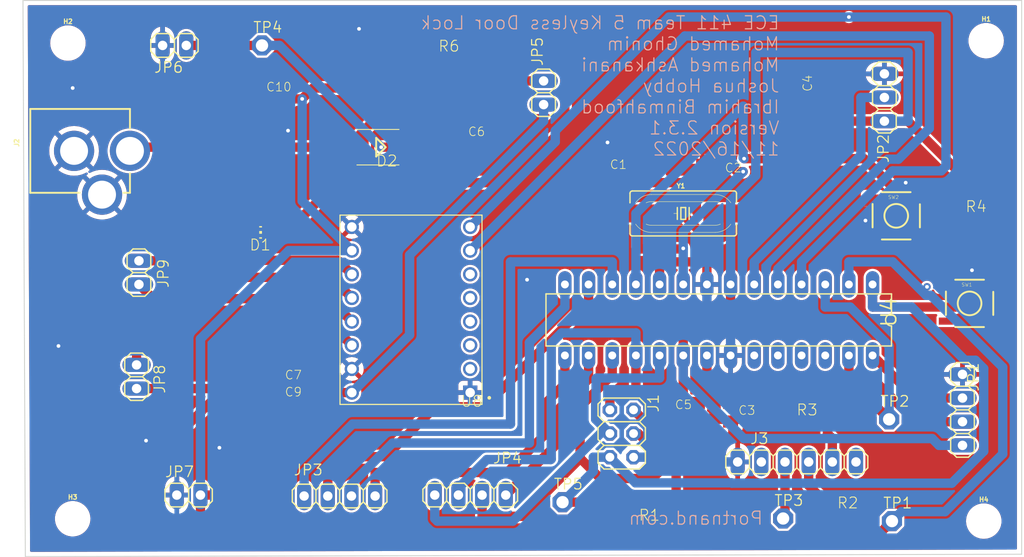
<source format=kicad_pcb>
(kicad_pcb (version 20211014) (generator pcbnew)
  (title_block (title "Keypad Door Lock PCB") (rev "2.3.1") (company "ECE 411 Team 5 Practicum"))
  (layers (0 "F.Cu" signal) (31 "B.Cu" signal) (34 "B.Paste" user) (35 "F.Paste" user) (36 "B.SilkS" user "B.Silkscreen") (37 "F.SilkS" user "F.Silkscreen") (38 "B.Mask" user) (39 "F.Mask" user) (44 "Edge.Cuts" user))
  (net 0 "")
  (net 1 "+5V")
  (net 2 "GND")
  (net 3 "Net-(C6-Pad1)")
  (net 4 "Net-(C9-Pad1)")
  (net 5 "Net-(J1-Pad5)")
  (net 6 "Net-(J3-Pad4)")
  (net 7 "Net-(C2-Pad2)")
  (net 8 "Net-(C1-Pad2)")
  (net 9 "Net-(J3-Pad5)")
  (net 10 "Net-(JP3-Pad4)")
  (net 11 "Net-(JP3-Pad3)")
  (net 12 "Net-(JP3-Pad2)")
  (net 13 "Net-(JP3-Pad1)")
  (net 14 "Net-(C3-Pad1)")
  (net 19 "Net-(D1-PadA)")
  (net 20 "Net-(JP4-Pad4)")
  (net 21 "Net-(J1-Pad4)")
  (net 22 "Net-(J1-Pad1)")
  (net 28 "Net-(J1-Pad3)")
  (net 29 "Net-(JP1-Pad3)")
  (net 30 "Net-(JP1-Pad2)")
  (net 31 "Net-(JP8-Pad2)")
  (net 32 "Net-(JP9-Pad1)")
  (net 33 "Net-(JP9-Pad2)")
  (net 34 "Net-(JP8-Pad1)")
  (net 35 "+12V")
  (net 38 "Net-(J3-Pad3)")
  (net 39 "Net-(JP2-Pad2)")
  (net 40 "Net-(R2-Pad1)")
  (net 41 "Net-(R3-Pad1)")
  (net 42 "Net-(R4-Pad2)")
  (net 43 "Net-(U4-Pad4)")
  (net 44 "Net-(U4-Pad5)")
  (footprint "Keyless_Door:P1-13" (layer "F.Cu") (at 178.1048 102.5906)
    (fp_text reference "TP3")
    (fp_text value "Testpoint")
  )
  (footprint "Keyless_Door:1X03" (layer "F.Cu") (at 188.976 57.404 90)
    (fp_text reference "JP2")
    (fp_text value "Gnd&Input&Vcc5")
  )
  (footprint "Keyless_Door:R0805" (layer "F.Cu") (at 180.2638 91.9988)
    (fp_text reference "R3")
    (fp_text value "1K")
  )
  (footprint "Keyless_Door:2X03" (layer "F.Cu") (at 160.782 93.472 -90)
    (property "Value" "")
    (fp_text reference "J1")
    (fp_text value "3x2 ICSP_PINS")
  )
  (footprint "Keyless_Door:1X04" (layer "F.Cu") (at 144.526 100.076)
    (fp_text reference "JP4")
    (fp_text value "1X4 KEYPAD_PINS2")
  )
  (footprint "Keyless_Door:C0805K" (layer "F.Cu") (at 144.78 62.738)
    (fp_text reference "C6")
    (fp_text value "10u")
  )
  (footprint "Keyless_Door:C0805K" (layer "F.Cu") (at 128.27 86.614)
    (fp_text reference "C7")
    (fp_text value "100u")
  )
  (footprint "Keyless_Door:C0805K" (layer "F.Cu") (at 123.8348 57.5564 180)
    (fp_text reference "C10")
    (fp_text value "100n")
  )
  (footprint "Keyless_Door:P1-13" (layer "F.Cu") (at 122.174 51.816)
    (fp_text reference "TP4")
    (fp_text value "Testpoint")
  )
  (footprint "Keyless_Door:P1-13" (layer "F.Cu") (at 154.432 100.838)
    (fp_text reference "TP5")
    (fp_text value "Testpoint")
  )
  (footprint "Keyless_Door:C0805K" (layer "F.Cu") (at 170.418 64.77)
    (fp_text reference "C2")
    (fp_text value "30p")
  )
  (footprint "Keyless_Door:STAND-OFF" (layer "F.Cu") (at 101.854 102.616)
    (fp_text reference "H3")
    (fp_text value "STAND-OFF")
  )
  (footprint "Keyless_Door:R0805" (layer "F.Cu") (at 160.528 100.711 180)
    (fp_text reference "R1")
    (fp_text value "10K")
  )
  (footprint "Keyless_Door:C0805K" (layer "F.Cu") (at 163.3634 64.7446 180)
    (fp_text reference "C1")
    (fp_text value "30p")
  )
  (footprint "Keyless_Door:CHIP-LED0805" (layer "F.Cu") (at 122.174 71.882 90)
    (property "Value" "")
    (fp_text reference "D1")
    (fp_text value "LED")
  )
  (footprint "Keyless_Door:TACTILE_SWITCH_SMD" (layer "F.Cu") (at 198.12 79.502)
    (fp_text reference "SW1")
    (fp_text value "!Reset")
  )
  (footprint "Keyless_Door:C0805K" (layer "F.Cu") (at 128.302 89.0778 180)
    (fp_text reference "C9")
    (fp_text value "100u")
  )
  (footprint "Keyless_Door:MODULE_A4988_STEPPER_MOTOR_DRIVER_CARRIER" (layer "F.Cu") (at 138.1666 80.1878 180)
    (fp_text reference "U8")
    (fp_text value "A4988_STEPPER_MOTOR_DRIVER_CARRIER")
  )
  (footprint "Keyless_Door:HC49UP" (layer "F.Cu") (at 167.386 69.85)
    (fp_text reference "Y1")
    (fp_text value "Crystal")
  )
  (footprint "Keyless_Door:C0805K" (layer "F.Cu") (at 168.91 91.186 -90)
    (fp_text reference "C5")
    (fp_text value "100n")
  )
  (footprint "Keyless_Door:C0805K" (layer "F.Cu") (at 172.466 91.186 -90)
    (fp_text reference "C3")
    (fp_text value "100n")
  )
  (footprint "Keyless_Door:1X02" (layer "F.Cu") (at 152.4 56.896 90)
    (fp_text reference "JP5")
    (fp_text value "VOMT&12V")
  )
  (footprint "Keyless_Door:STAND-OFF" (layer "F.Cu") (at 199.898 51.308)
    (fp_text reference "H1")
    (fp_text value "STAND-OFF")
  )
  (footprint "Keyless_Door:1X04" (layer "F.Cu") (at 197.358 90.932 -90)
    (fp_text reference "JP1")
    (fp_text value "1x4 LCD_PINS")
  )
  (footprint "Keyless_Door:R0805" (layer "F.Cu") (at 141.666 53.848)
    (fp_text reference "R6")
    (fp_text value "1k")
  )
  (footprint "Keyless_Door:1X02" (layer "F.Cu") (at 108.712 87.376 90)
    (fp_text reference "JP8")
    (fp_text value "SM_P14&P11")
  )
  (footprint "Keyless_Door:1X06" (layer "F.Cu") (at 179.578 96.52)
    (property "Value" "")
    (fp_text reference "J3")
    (fp_text value "1x6 FTDL_PINS")
  )
  (footprint "Keyless_Door:TACTILE_SWITCH_SMD" (layer "F.Cu") (at 190.246 70.104)
    (fp_text reference "SW2")
    (fp_text value "Open")
  )
  (footprint "Keyless_Door:C0805K" (layer "F.Cu") (at 181.864 55.88 90)
    (fp_text reference "C4")
    (fp_text value "100n")
  )
  (footprint "Keyless_Door:R0805" (layer "F.Cu") (at 198.882 70.612 180)
    (fp_text reference "R4")
    (fp_text value "10K")
  )
  (footprint "Keyless_Door:1X02" (layer "F.Cu") (at 112.776 51.816 180)
    (fp_text reference "JP6")
    (fp_text value "InGND&In12")
  )
  (footprint "Keyless_Door:STAND-OFF" (layer "F.Cu") (at 101.346 51.562)
    (fp_text reference "H2")
    (fp_text value "STAND-OFF")
  )
  (footprint "Keyless_Door:R0805" (layer "F.Cu") (at 184.47 102.87)
    (fp_text reference "R2")
    (fp_text value "1K")
  )
  (footprint "Keyless_Door:P1-13" (layer "F.Cu") (at 189.7888 102.87)
    (fp_text reference "TP1")
    (fp_text value "Testpoint")
  )
  (footprint "Keyless_Door:STAND-OFF" (layer "F.Cu") (at 199.644 102.87)
    (fp_text reference "H4")
    (fp_text value "STAND-OFF")
  )
  (footprint "Keyless_Door:DIL28-3" (layer "F.Cu") (at 171.196 81.28 180)
    (fp_text reference "U4")
    (fp_text value "ATMEGA328P-PU")
  )
  (footprint "Keyless_Door:P1-13" (layer "F.Cu") (at 189.484 91.948)
    (fp_text reference "TP2")
    (fp_text value "Testpoint")
  )
  (footprint "Keyless_Door:SMB" (layer "F.Cu") (at 134.62 62.738 180)
    (property "Value" "")
    (fp_text reference "D2")
    (fp_text value "M7")
  )
  (footprint "Keyless_Door:1X02" (layer "F.Cu") (at 108.966 76.2 -90)
    (fp_text reference "JP9")
    (fp_text value "SM_P12&P13")
  )
  (footprint "Keyless_Door:1X04" (layer "F.Cu") (at 130.5052 100.1776 180)
    (fp_text reference "JP3")
    (fp_text value "1X4 KEYPAD_PINS1")
  )
  (footprint "Keyless_Door:1X02" (layer "F.Cu") (at 114.3 100.076)
    (fp_text reference "JP7")
    (fp_text value "OutGND&Out5")
  )
  (footprint "Keyless_Door:POWER_JACK_PTH" (layer "F.Cu") (at 94.3035 63.1333 -90)
    (property "Value" "")
    (fp_text reference "J2")
    (fp_text value "Power Jack")
  )
  (gr_line (start 203.708 106.426) (end 96.774 106.68) (layer "Edge.Cuts") (width 0.1))
  (gr_line (start 96.52 46.99) (end 203.708 46.99) (layer "Edge.Cuts") (width 0.1))
  (gr_line (start 96.774 106.68) (end 96.52 46.99) (layer "Edge.Cuts") (width 0.1))
  (gr_line (start 203.708 46.99) (end 203.708 106.426) (layer "Edge.Cuts") (width 0.1))
  (gr_text "Portnand.com" (at 176.022 103.378) (layer "B.SilkS") (effects (font (size 1.40208 1.40208) (thickness 0.12192)) (justify left bottom mirror)))
  (gr_text "ECE 411 Team 5 Keyless Door Lock\nMohamed Ghonim\nMohamed Ashkanani\nJoshua Hobby\nIbrahim Binmahfood\nVersion 2.3.1\n11/16/2022" (at 177.8 63.754) (layer "B.SilkS") (effects (font (size 1.40208 1.40208) (thickness 0.12192)) (justify left bottom mirror)))
  (segment (start 166.624 100.711) (end 166.624 95.504) (width 1) (layer "F.Cu") (net 1))
  (segment (start 115.57 100.076) (end 117.332 100.076) (width 1) (layer "F.Cu") (net 1))
  (segment (start 124.835 57.5564) (end 126.485 57.5564) (width 1) (layer "F.Cu") (net 1))
  (segment (start 183.278 59.944) (end 188.976 59.944) (width 1) (layer "F.Cu") (net 1))
  (segment (start 108.966 97.79) (end 108.966 102.6) (width 1) (layer "F.Cu") (net 1))
  (segment (start 161.478 102.461) (end 161.478 100.711) (width 1) (layer "F.Cu") (net 1))
  (segment (start 127.653 56.388) (end 126.485 57.5564) (width 1) (layer "F.Cu") (net 1))
  (segment (start 169.691 82.6676) (end 172.466 79.8924) (width 1) (layer "F.Cu") (net 1))
  (segment (start 181.864 58.53) (end 183.278 59.944) (width 1) (layer "F.Cu") (net 1))
  (segment (start 181.864 56.88) (end 181.864 58.53) (width 1) (layer "F.Cu") (net 1))
  (segment (start 167.386 82.6676) (end 169.691 82.6676) (width 1) (layer "F.Cu") (net 1))
  (segment (start 168.91 90.186) (end 167.386 90.186) (width 1) (layer "F.Cu") (net 1))
  (segment (start 142.616 54.856) (end 141.084 56.388) (width 1) (layer "F.Cu") (net 1))
  (segment (start 119.391424 89.9) (end 116.856 89.9) (width 1) (layer "F.Cu") (net 1))
  (segment (start 172.466 79.8924) (end 172.466 77.47) (width 1) (layer "F.Cu") (net 1))
  (segment (start 122.158 104.902) (end 159.037 104.902) (width 1) (layer "F.Cu") (net 1))
  (segment (start 167.11 90.186) (end 164.208 93.088) (width 1) (layer "F.Cu") (net 1))
  (segment (start 191.5 59.944) (end 199.832 68.276) (width 1) (layer "F.Cu") (net 1))
  (segment (start 129.27 86.614) (end 129.27 84.1128) (width 1) (layer "F.Cu") (net 1))
  (segment (start 108.966 102.6) (end 115.57 102.6) (width 1) (layer "F.Cu") (net 1))
  (segment (start 164.208 93.088) (end 162.052 90.932) (width 1) (layer "F.Cu") (net 1))
  (segment (start 199.832 68.276) (end 199.832 70.612) (width 1) (layer "F.Cu") (net 1))
  (segment (start 166.624 95.504) (end 164.208 93.088) (width 1) (layer "F.Cu") (net 1))
  (segment (start 167.386 90.186) (end 167.386 85.09) (width 1) (layer "F.Cu") (net 1))
  (segment (start 129.27 84.1128) (end 125.178624 84.1128) (width 1) (layer "F.Cu") (net 1))
  (segment (start 159.037 104.902) (end 161.478 102.461) (width 1) (layer "F.Cu") (net 1))
  (segment (start 188.976 59.944) (end 191.5 59.944) (width 1) (layer "F.Cu") (net 1))
  (segment (start 161.478 100.711) (end 166.624 100.711) (width 1) (layer "F.Cu") (net 1))
  (segment (start 125.178624 84.1128) (end 119.391424 89.9) (width 1) (layer "F.Cu") (net 1))
  (segment (start 142.616 53.848) (end 142.616 54.856) (width 1) (layer "F.Cu") (net 1))
  (segment (start 116.856 89.9) (end 108.966 97.79) (width 1) (layer "F.Cu") (net 1))
  (segment (start 124.835 57.5564) (end 124.8348 57.5564) (width 1) (layer "F.Cu") (net 1))
  (segment (start 141.084 56.388) (end 127.653 56.388) (width 1) (layer "F.Cu") (net 1))
  (segment (start 115.57 102.6) (end 115.57 100.076) (width 1) (layer "F.Cu") (net 1))
  (segment (start 167.386 90.186) (end 167.11 90.186) (width 1) (layer "F.Cu") (net 1))
  (segment (start 167.386 85.09) (end 167.386 82.6676) (width 1) (layer "F.Cu") (net 1))
  (segment (start 117.332 100.076) (end 122.158 104.902) (width 1) (layer "F.Cu") (net 1))
  (via (at 126.485 57.5564) (size 0.8) (drill 0.4) (layers "F.Cu" "B.Cu") (net 1))
  (segment (start 175.172 65.781324) (end 175.172 52.578) (width 1) (layer "B.Cu") (net 1))
  (segment (start 172.466 77.47) (end 172.466 68.487324) (width 1) (layer "B.Cu") (net 1))
  (segment (start 194.834 94.742) (end 197.358 94.742) (width 1) (layer "B.Cu") (net 1))
  (segment (start 115.57 100.076) (end 115.57 83.312) (width 1) (layer "B.Cu") (net 1))
  (segment (start 131.8168 73.8376) (end 126.485 68.5061) (width 1) (layer "B.Cu") (net 1))
  (segment (start 167.386 87.5124) (end 173.886 94.0121) (width 1) (layer "B.Cu") (net 1))
  (segment (start 172.466 68.487324) (end 175.172 65.781324) (width 1) (layer "B.Cu") (net 1))
  (segment (start 173.886 94.0121) (end 194.104 94.0121) (width 1) (layer "B.Cu") (net 1))
  (segment (start 126.485 68.5061) (end 126.485 57.5564) (width 1) (layer "B.Cu") (net 1))
  (segment (start 191.516 59.944) (end 188.976 59.944) (width 1) (layer "B.Cu") (net 1))
  (segment (start 191.516 52.578) (end 191.516 59.944) (width 1) (layer "B.Cu") (net 1))
  (segment (start 175.172 52.578) (end 191.516 52.578) (width 1) (layer "B.Cu") (net 1))
  (segment (start 131.8166 73.8378) (end 131.8168 73.8376) (width 1) (layer "B.Cu") (net 1))
  (segment (start 115.57 83.312) (end 125.0444 73.8376) (width 1) (layer "B.Cu") (net 1))
  (segment (start 125.0444 73.8376) (end 131.8168 73.8376) (width 1) (layer "B.Cu") (net 1))
  (segment (start 194.104 94.0121) (end 194.834 94.742) (width 1) (layer "B.Cu") (net 1))
  (segment (start 167.386 85.09) (end 167.386 87.5124) (width 1) (layer "B.Cu") (net 1))
  (segment (start 169.926 75.0476) (end 170.0436 74.93) (width 1) (layer "F.Cu") (net 2))
  (segment (start 170.0436 74.93) (end 173.736 74.93) (width 1) (layer "F.Cu") (net 2))
  (segment (start 164.363 64.7446) (end 164.3634 64.7446) (width 1) (layer "F.Cu") (net 2))
  (segment (start 187.325 68.58) (end 187.706 68.199) (width 1) (layer "F.Cu") (net 2))
  (segment (start 144.517 89.0778) (end 144.5166 89.0778) (width 1) (layer "F.Cu") (net 2))
  (segment (start 169.926 77.47) (end 169.926 75.0476) (width 1) (layer "F.Cu") (net 2))
  (segment (start 131.583 71.5315) (end 131.817 71.2978) (width 1) (layer "F.Cu") (net 2))
  (segment (start 173.736 74.93) (end 180.086 68.58) (width 1) (layer "F.Cu") (net 2))
  (segment (start 121.124 71.882) (end 121.124 72.0072) (width 1) (layer "F.Cu") (net 2))
  (segment (start 172.466 85.09) (end 172.466 85.7124) (width 1) (layer "F.Cu") (net 2))
  (segment (start 180.086 68.58) (end 187.325 68.58) (width 1) (layer "F.Cu") (net 2))
  (segment (start 122.835 57.5564) (end 122.8348 57.5564) (width 1) (layer "F.Cu") (net 2))
  (via (at 191.262 66.548) (size 0.8) (drill 0.4) (layers "F.Cu" "B.Cu") (net 2))
  (via (at 101.854 56.388) (size 0.8) (drill 0.4) (layers "F.Cu" "B.Cu") (net 2))
  (via (at 124.968 60.96) (size 0.8) (drill 0.4) (layers "F.Cu" "B.Cu") (net 2))
  (via (at 109.728 94.234) (size 0.8) (drill 0.4) (layers "F.Cu" "B.Cu") (net 2))
  (via (at 159.258 62.23) (size 0.8) (drill 0.4) (layers "F.Cu" "B.Cu") (net 2))
  (via (at 198.374 75.946) (size 0.8) (drill 0.4) (layers "F.Cu" "B.Cu") (net 2))
  (via (at 186.944 70.612) (size 0.8) (drill 0.4) (layers "F.Cu" "B.Cu") (net 2))
  (via (at 117.602 94.996) (size 0.8) (drill 0.4) (layers "F.Cu" "B.Cu") (net 2))
  (via (at 100.33 84.074) (size 0.8) (drill 0.4) (layers "F.Cu" "B.Cu") (net 2))
  (via (at 132.588 50.038) (size 0.8) (drill 0.4) (layers "F.Cu" "B.Cu") (net 2))
  (via (at 150.622 76.962) (size 0.8) (drill 0.4) (layers "F.Cu" "B.Cu") (net 2))
  (segment (start 163.828 96.012) (end 162.052 96.012) (width 1) (layer "B.Cu") (net 2))
  (segment (start 169.926 79.8924) (end 172.466 82.4324) (width 1) (layer "B.Cu") (net 2))
  (segment (start 169.926 77.47) (end 169.926 79.8924) (width 1) (layer "B.Cu") (net 2))
  (segment (start 164.336 96.52) (end 163.828 96.012) (width 1) (layer "B.Cu") (net 2))
  (segment (start 173.228 96.52) (end 164.336 96.52) (width 1) (layer "B.Cu") (net 2))
  (segment (start 172.466 82.4324) (end 172.466 85.09) (width 1) (layer "B.Cu") (net 2))
  (segment (start 136.82 62.738) (end 134.966 62.738) (width 1) (layer "F.Cu") (net 3))
  (segment (start 143.78 62.738) (end 136.82 62.738) (width 1) (layer "F.Cu") (net 3))
  (segment (start 122.174 51.816) (end 114.046 51.816) (width 1) (layer "F.Cu") (net 3))
  (via (at 134.966 62.738) (size 0.8) (drill 0.4) (layers "F.Cu" "B.Cu") (net 3))
  (segment (start 124.044 51.816) (end 134.966 62.738) (width 1) (layer "B.Cu") (net 3))
  (segment (start 122.174 51.816) (end 124.044 51.816) (width 1) (layer "B.Cu") (net 3))
  (segment (start 131.8166 89.0778) (end 129.302 89.0778) (width 1) (layer "F.Cu") (net 4))
  (segment (start 131.817 89.0778) (end 131.8166 89.0778) (width 1) (layer "F.Cu") (net 4))
  (segment (start 152.4 58.166) (end 152.4 59.928) (width 1) (layer "B.Cu") (net 4))
  (segment (start 138.014 82.8799) (end 131.817 89.0778) (width 1) (layer "B.Cu") (net 4))
  (segment (start 138.014 74.3135) (end 138.014 82.8799) (width 1) (layer "B.Cu") (net 4))
  (segment (start 152.4 59.928) (end 138.014 74.3135) (width 1) (layer "B.Cu") (net 4))
  (segment (start 131.8166 89.0778) (end 131.817 89.0778) (width 1) (layer "B.Cu") (net 4))
  (segment (start 200.66 77.597) (end 198.898 77.597) (width 1) (layer "F.Cu") (net 5))
  (segment (start 196.6026 79.8924) (end 187.706 79.8924) (width 1) (layer "F.Cu") (net 5))
  (segment (start 157.928 100.711) (end 159.578 100.711) (width 1) (layer "F.Cu") (net 5))
  (segment (start 187.706 79.8924) (end 187.706 77.47) (width 1) (layer "F.Cu") (net 5))
  (segment (start 157.801 100.838) (end 157.928 100.711) (width 1) (layer "F.Cu") (net 5))
  (segment (start 154.432 100.838) (end 157.801 100.838) (width 1) (layer "F.Cu") (net 5))
  (segment (start 198.898 77.597) (end 196.6026 79.8924) (width 1) (layer "F.Cu") (net 5))
  (segment (start 199.636 86.494052) (end 199.636 95.369948) (width 1) (layer "B.Cu") (net 5))
  (segment (start 187.706 79.8924) (end 191.9064 79.8924) (width 1) (layer "B.Cu") (net 5))
  (segment (start 187.706 77.47) (end 187.706 79.8924) (width 1) (layer "B.Cu") (net 5))
  (segment (start 172.565552 98.7635) (end 162.264 98.7635) (width 1) (layer "B.Cu") (net 5))
  (segment (start 191.9064 79.8924) (end 197.62 85.606) (width 1) (layer "B.Cu") (net 5))
  (segment (start 154.432 100.838) (end 157.736 97.5345) (width 1) (layer "B.Cu") (net 5))
  (segment (start 172.600052 98.798) (end 172.565552 98.7635) (width 1) (layer "B.Cu") (net 5))
  (segment (start 199.636 95.369948) (end 196.207948 98.798) (width 1) (layer "B.Cu") (net 5))
  (segment (start 157.736 96.012) (end 159.512 96.012) (width 1) (layer "B.Cu") (net 5))
  (segment (start 197.62 85.606) (end 198.747948 85.606) (width 1) (layer "B.Cu") (net 5))
  (segment (start 198.747948 85.606) (end 199.636 86.494052) (width 1) (layer "B.Cu") (net 5))
  (segment (start 162.264 98.7635) (end 159.512 96.012) (width 1) (layer "B.Cu") (net 5))
  (segment (start 196.207948 98.798) (end 172.600052 98.798) (width 1) (layer "B.Cu") (net 5))
  (segment (start 157.736 97.5345) (end 157.736 96.012) (width 1) (layer "B.Cu") (net 5))
  (segment (start 182.924 101.12) (end 180.848 99.044) (width 1) (layer "F.Cu") (net 6))
  (segment (start 185.42 102.87) (end 185.42 101.12) (width 1) (layer "F.Cu") (net 6))
  (segment (start 185.42 101.12) (end 182.924 101.12) (width 1) (layer "F.Cu") (net 6))
  (segment (start 180.848 99.044) (end 180.848 96.52) (width 1) (layer "F.Cu") (net 6))
  (segment (start 162.56 73.406) (end 162.814 73.66) (width 1) (layer "F.Cu") (net 7))
  (segment (start 167.3243 73.66) (end 167.386 73.5983) (width 1) (layer "F.Cu") (net 7))
  (segment (start 173.819 65.3609) (end 173.158 65.3609) (width 1) (layer "F.Cu") (net 7))
  (segment (start 162.56 69.85) (end 162.56 73.406) (width 1) (layer "F.Cu") (net 7))
  (segment (start 172.5671 64.77) (end 173.158 65.3609) (width 1) (layer "F.Cu") (net 7))
  (segment (start 171.418 64.77) (end 172.5671 64.77) (width 1) (layer "F.Cu") (net 7))
  (segment (start 162.814 73.66) (end 167.3243 73.66) (width 1) (layer "F.Cu") (net 7))
  (via (at 167.386 73.5983) (size 0.8) (drill 0.4) (layers "F.Cu" "B.Cu") (net 7))
  (via (at 173.819 65.3609) (size 0.8) (drill 0.4) (layers "F.Cu" "B.Cu") (net 7))
  (segment (start 167.386 71.7939) (end 167.386 73.5983) (width 1) (layer "B.Cu") (net 7))
  (segment (start 167.386 73.5983) (end 167.386 77.47) (width 1) (layer "B.Cu") (net 7))
  (segment (start 173.819 65.3609) (end 167.386 71.7939) (width 1) (layer "B.Cu") (net 7))
  (segment (start 167.386 70.0051) (end 169.81 72.4291) (width 1) (layer "F.Cu") (net 8))
  (segment (start 162.363 66.5446) (end 167.386 66.5446) (width 1) (layer "F.Cu") (net 8))
  (segment (start 168.672 75.0476) (end 168.672 74.406) (width 1) (layer "F.Cu") (net 8))
  (segment (start 162.363 65.6446) (end 162.363 66.5446) (width 1) (layer "F.Cu") (net 8))
  (segment (start 162.363 65.6446) (end 162.3634 65.6442) (width 1) (layer "F.Cu") (net 8))
  (segment (start 172.212 71.8152) (end 172.212 69.85) (width 1) (layer "F.Cu") (net 8))
  (segment (start 162.363 64.7446) (end 162.363 65.6446) (width 1) (layer "F.Cu") (net 8))
  (segment (start 169.81 73.268) (end 169.81 72.4291) (width 1) (layer "F.Cu") (net 8))
  (segment (start 168.672 74.406) (end 169.81 73.268) (width 1) (layer "F.Cu") (net 8))
  (segment (start 164.846 77.47) (end 164.846 75.0476) (width 1) (layer "F.Cu") (net 8))
  (segment (start 167.386 66.5446) (end 167.386 70.0051) (width 1) (layer "F.Cu") (net 8))
  (segment (start 162.3634 65.6442) (end 162.3634 64.7446) (width 1) (layer "F.Cu") (net 8))
  (segment (start 164.846 75.0476) (end 168.672 75.0476) (width 1) (layer "F.Cu") (net 8))
  (segment (start 169.81 72.4291) (end 171.598 72.4291) (width 1) (layer "F.Cu") (net 8))
  (segment (start 171.598 72.4291) (end 172.212 71.8152) (width 1) (layer "F.Cu") (net 8))
  (segment (start 183.388 96.52) (end 183.388 93.996) (width 1) (layer "F.Cu") (net 9))
  (segment (start 183.388 93.996) (end 182.864 93.4718) (width 1) (layer "F.Cu") (net 9))
  (segment (start 182.864 93.4718) (end 182.864 91.9988) (width 1) (layer "F.Cu") (net 9))
  (segment (start 182.864 91.9988) (end 181.214 91.9988) (width 1) (layer "F.Cu") (net 9))
  (segment (start 181.214 91.9988) (end 181.2138 91.9988) (width 1) (layer "F.Cu") (net 9))
  (segment (start 126.695 97.6536) (end 131.8926 92.456) (width 1) (layer "B.Cu") (net 10))
  (segment (start 131.8926 92.456) (end 148.844 92.456) (width 1) (layer "B.Cu") (net 10))
  (segment (start 148.844 92.456) (end 148.844 75.0476) (width 1) (layer "B.Cu") (net 10))
  (segment (start 148.844 75.0476) (end 159.766 75.0476) (width 1) (layer "B.Cu") (net 10))
  (segment (start 126.695 100.178) (end 126.695 98.9158) (width 1) (layer "B.Cu") (net 10))
  (segment (start 126.695 98.9158) (end 126.6952 98.916) (width 1) (layer "B.Cu") (net 10))
  (segment (start 126.6952 98.916) (end 126.6952 100.1776) (width 1) (layer "B.Cu") (net 10))
  (segment (start 159.766 75.0476) (end 159.766 77.47) (width 1) (layer "B.Cu") (net 10))
  (segment (start 126.695 98.9158) (end 126.695 97.6536) (width 1) (layer "B.Cu") (net 10))
  (segment (start 140.7972 90.5968) (end 135.4379 95.9561) (width 1) (layer "F.Cu") (net 11))
  (segment (start 146.0356 90.5968) (end 140.7972 90.5968) (width 1) (layer "F.Cu") (net 11))
  (segment (start 129.2352 98.916) (end 129.2352 100.1776) (width 1) (layer "F.Cu") (net 11))
  (segment (start 157.226 77.47) (end 157.226 79.8924) (width 1) (layer "F.Cu") (net 11))
  (segment (start 135.4379 95.9561) (end 130.933 95.9561) (width 1) (layer "F.Cu") (net 11))
  (segment (start 129.235 98.9158) (end 129.2352 98.916) (width 1) (layer "F.Cu") (net 11))
  (segment (start 129.235 97.6536) (end 129.235 98.9158) (width 1) (layer "F.Cu") (net 11))
  (segment (start 157.226 79.8924) (end 156.74 79.8924) (width 1) (layer "F.Cu") (net 11))
  (segment (start 130.933 95.9561) (end 129.235 97.6536) (width 1) (layer "F.Cu") (net 11))
  (segment (start 129.235 98.9158) (end 129.235 100.178) (width 1) (layer "F.Cu") (net 11))
  (segment (start 156.74 79.8924) (end 146.0356 90.5968) (width 1) (layer "F.Cu") (net 11))
  (segment (start 136.2028 94.488) (end 131.775 98.9158) (width 1) (layer "B.Cu") (net 12))
  (segment (start 150.876 83.7024) (end 150.876 94.488) (width 1) (layer "B.Cu") (net 12))
  (segment (start 131.775 98.9158) (end 131.7752 98.916) (width 1) (layer "B.Cu") (net 12))
  (segment (start 131.775 98.9158) (end 131.775 100.178) (width 1) (layer "B.Cu") (net 12))
  (segment (start 154.686 77.47) (end 154.686 79.8924) (width 1) (layer "B.Cu") (net 12))
  (segment (start 150.876 94.488) (end 136.2028 94.488) (width 1) (layer "B.Cu") (net 12))
  (segment (start 154.686 79.8924) (end 150.876 83.7024) (width 1) (layer "B.Cu") (net 12))
  (segment (start 131.7752 98.916) (end 131.7752 100.1776) (width 1) (layer "B.Cu") (net 12))
  (segment (start 152.4 90.426288) (end 154.686 88.140288) (width 1) (layer "F.Cu") (net 13))
  (segment (start 134.315 97.6536) (end 148.4724 97.6536) (width 1) (layer "F.Cu") (net 13))
  (segment (start 148.4724 97.6536) (end 152.4 93.726) (width 1) (layer "F.Cu") (net 13))
  (segment (start 154.686 88.140288) (end 154.686 85.09) (width 1) (layer "F.Cu") (net 13))
  (segment (start 134.3152 98.916) (end 134.3152 100.1776) (width 1) (layer "F.Cu") (net 13))
  (segment (start 134.315 98.9158) (end 134.315 97.6536) (width 1) (layer "F.Cu") (net 13))
  (segment (start 152.4 93.726) (end 152.4 90.426288) (width 1) (layer "F.Cu") (net 13))
  (segment (start 134.315 98.9158) (end 134.3152 98.916) (width 1) (layer "F.Cu") (net 13))
  (segment (start 134.315 100.178) (end 134.315 98.9158) (width 1) (layer "F.Cu") (net 13))
  (segment (start 172.466 89.416) (end 169.926 86.876) (width 1) (layer "F.Cu") (net 14))
  (segment (start 169.926 86.876) (end 169.926 85.09) (width 1) (layer "F.Cu") (net 14))
  (segment (start 172.466 90.186) (end 172.466 89.416) (width 1) (layer "F.Cu") (net 14))
  (segment (start 154.678 58.7939) (end 154.678 54.9981) (width 1) (layer "F.Cu") (net 19))
  (segment (start 154.678 54.9981) (end 152.024 52.344) (width 1) (layer "F.Cu") (net 19))
  (segment (start 124.824 71.882) (end 130.158 66.548) (width 1) (layer "F.Cu") (net 19))
  (segment (start 152.024 52.344) (end 141.212 52.344) (width 1) (layer "F.Cu") (net 19))
  (segment (start 123.224 71.882) (end 124.824 71.882) (width 1) (layer "F.Cu") (net 19))
  (segment (start 146.924 66.548) (end 154.678 58.7939) (width 1) (layer "F.Cu") (net 19))
  (segment (start 130.158 66.548) (end 146.924 66.548) (width 1) (layer "F.Cu") (net 19))
  (segment (start 140.716 52.84) (end 140.716 53.848) (width 1) (layer "F.Cu") (net 19))
  (segment (start 141.212 52.344) (end 140.716 52.84) (width 1) (layer "F.Cu") (net 19))
  (segment (start 154.178 94.234) (end 148.336 100.076) (width 1) (layer "F.Cu") (net 20))
  (segment (start 157.226 85.09) (end 157.226 87.63) (width 1) (layer "F.Cu") (net 20))
  (segment (start 157.226 87.63) (end 154.178 90.678) (width 1) (layer "F.Cu") (net 20))
  (segment (start 154.178 90.678) (end 154.178 94.234) (width 1) (layer "F.Cu") (net 20))
  (segment (start 156.317 96.159) (end 150.122 102.354) (width 1) (layer "F.Cu") (net 21))
  (segment (start 156.317 94.9331) (end 156.317 96.119) (width 1) (layer "F.Cu") (net 21))
  (segment (start 156.317 94.9331) (end 156.317 96.159) (width 1) (layer "F.Cu") (net 21))
  (segment (start 156.317 90.604) (end 156.317 94.9331) (width 1) (layer "F.Cu") (net 21))
  (segment (start 159.409 87.5124) (end 156.317 90.604) (width 1) (layer "F.Cu") (net 21))
  (segment (start 164.084 98.298) (end 164.846 97.536) (width 1) (layer "F.Cu") (net 21))
  (segment (start 162.56 93.472) (end 162.052 93.472) (width 1) (layer "F.Cu") (net 21))
  (segment (start 145.796 102.354) (end 145.796 100.076) (width 1) (layer "F.Cu") (net 21))
  (segment (start 164.846 95.758) (end 162.56 93.472) (width 1) (layer "F.Cu") (net 21))
  (segment (start 156.317 96.119) (end 158.496 98.298) (width 1) (layer "F.Cu") (net 21))
  (segment (start 150.122 102.354) (end 145.796 102.354) (width 1) (layer "F.Cu") (net 21))
  (segment (start 159.766 85.09) (end 159.766 87.5124) (width 1) (layer "F.Cu") (net 21))
  (segment (start 158.496 98.298) (end 164.084 98.298) (width 1) (layer "F.Cu") (net 21))
  (segment (start 164.846 97.536) (end 164.846 95.758) (width 1) (layer "F.Cu") (net 21))
  (segment (start 159.766 87.5124) (end 159.409 87.5124) (width 1) (layer "F.Cu") (net 21))
  (segment (start 159.539226 89.1555) (end 162.306 89.1555) (width 1) (layer "F.Cu") (net 22))
  (segment (start 159.512 89.182723) (end 159.539226 89.1555) (width 1) (layer "F.Cu") (net 22))
  (segment (start 162.306 89.1555) (end 162.306 85.09) (width 1) (layer "F.Cu") (net 22))
  (segment (start 159.512 90.932) (end 159.512 89.182723) (width 1) (layer "F.Cu") (net 22))
  (segment (start 153.221 96.207) (end 153.162 96.266) (width 1) (layer "B.Cu") (net 22))
  (segment (start 154.325 82.6676) (end 153.221 83.7719) (width 1) (layer "B.Cu") (net 22))
  (segment (start 153.162 96.266) (end 146.304 96.266) (width 1) (layer "B.Cu") (net 22))
  (segment (start 153.221 83.7719) (end 153.221 96.207) (width 1) (layer "B.Cu") (net 22))
  (segment (start 146.304 96.266) (end 143.256 99.314) (width 1) (layer "B.Cu") (net 22))
  (segment (start 143.256 99.314) (end 143.256 100.076) (width 1) (layer "B.Cu") (net 22))
  (segment (start 162.306 82.6676) (end 154.325 82.6676) (width 1) (layer "B.Cu") (net 22))
  (segment (start 162.306 85.09) (end 162.306 82.6676) (width 1) (layer "B.Cu") (net 22))
  (segment (start 158.031 87.587) (end 158.031 90.250666) (width 1) (layer "B.Cu") (net 28))
  (segment (start 140.716 100.076) (end 140.716 102.6) (width 1) (layer "B.Cu") (net 28))
  (segment (start 140.986 102.87) (end 149.098 102.87) (width 1) (layer "B.Cu") (net 28))
  (segment (start 158.671 92.6305) (end 159.512 93.472) (width 1) (layer "B.Cu") (net 28))
  (segment (start 158.671 93.297) (end 158.671 92.6305) (width 1) (layer "B.Cu") (net 28))
  (segment (start 158.031 90.250666) (end 157.983 90.298666) (width 1) (layer "B.Cu") (net 28))
  (segment (start 149.098 102.87) (end 158.671 93.297) (width 1) (layer "B.Cu") (net 28))
  (segment (start 158.1056 87.5124) (end 158.031 87.587) (width 1) (layer "B.Cu") (net 28))
  (segment (start 164.846 87.5124) (end 158.1056 87.5124) (width 1) (layer "B.Cu") (net 28))
  (segment (start 164.846 85.09) (end 164.846 87.5124) (width 1) (layer "B.Cu") (net 28))
  (segment (start 140.716 102.6) (end 140.986 102.87) (width 1) (layer "B.Cu") (net 28))
  (segment (start 157.983 91.9425) (end 158.671 92.6305) (width 1) (layer "B.Cu") (net 28))
  (segment (start 157.983 90.298666) (end 157.983 91.9425) (width 1) (layer "B.Cu") (net 28))
  (segment (start 187.644 87.5124) (end 192.334 92.202) (width 1) (layer "F.Cu") (net 29))
  (segment (start 192.334 92.202) (end 197.358 92.202) (width 1) (layer "F.Cu") (net 29))
  (segment (start 185.166 85.09) (end 185.166 87.5124) (width 1) (layer "F.Cu") (net 29))
  (segment (start 185.166 87.5124) (end 187.644 87.5124) (width 1) (layer "F.Cu") (net 29))
  (segment (start 192.278 89.662) (end 187.706 85.09) (width 1) (layer "F.Cu") (net 30))
  (segment (start 197.358 89.662) (end 192.278 89.662) (width 1) (layer "F.Cu") (net 30))
  (segment (start 130.3155 74.8764) (end 131.093 75.6539) (width 1) (layer "F.Cu") (net 31))
  (segment (start 131.093 75.6539) (end 131.817 76.3778) (width 1) (layer "F.Cu") (net 31))
  (segment (start 131.093 75.6539) (end 131.8166 76.3775) (width 1) (layer "F.Cu") (net 31))
  (segment (start 119.8294 74.8764) (end 130.3155 74.8764) (width 1) (layer "F.Cu") (net 31))
  (segment (start 117.089 72.136) (end 119.8294 74.8764) (width 1) (layer "F.Cu") (net 31))
  (segment (start 106.426 82.058) (end 106.426 72.136) (width 1) (layer "F.Cu") (net 31))
  (segment (start 131.8166 76.3775) (end 131.8166 76.3778) (width 1) (layer "F.Cu") (net 31))
  (segment (start 108.712 86.106) (end 108.712 84.344) (width 1) (layer "F.Cu") (net 31))
  (segment (start 106.426 72.136) (end 117.089 72.136) (width 1) (layer "F.Cu") (net 31))
  (segment (start 108.712 84.344) (end 106.426 82.058) (width 1) (layer "F.Cu") (net 31))
  (segment (start 131.8166 78.9178) (end 131.8168 78.9176) (width 1) (layer "F.Cu") (net 32))
  (segment (start 131.8168 78.9176) (end 131.817 78.9178) (width 1) (layer "F.Cu") (net 32))
  (segment (start 129.6072 76.708) (end 131.8168 78.9176) (width 1) (layer "F.Cu") (net 32))
  (segment (start 113.268 76.708) (end 129.6072 76.708) (width 1) (layer "F.Cu") (net 32))
  (segment (start 111.49 74.93) (end 113.268 76.708) (width 1) (layer "F.Cu") (net 32))
  (segment (start 108.966 74.93) (end 111.49 74.93) (width 1) (layer "F.Cu") (net 32))
  (segment (start 131.8166 81.4578) (end 131.8168 81.4576) (width 1) (layer "F.Cu") (net 33))
  (segment (start 129.3532 78.994) (end 131.8168 81.4576) (width 1) (layer "F.Cu") (net 33))
  (segment (start 108.966 77.47) (end 110.49 78.994) (width 1) (layer "F.Cu") (net 33))
  (segment (start 110.49 78.994) (end 129.3532 78.994) (width 1) (layer "F.Cu") (net 33))
  (segment (start 131.8168 81.4576) (end 131.817 81.4578) (width 1) (layer "F.Cu") (net 33))
  (segment (start 131.817 83.9978) (end 131.8168 83.9976) (width 1) (layer "F.Cu") (net 34))
  (segment (start 118.872 88.646) (end 108.712 88.646) (width 1) (layer "F.Cu") (net 34))
  (segment (start 131.8168 83.9976) (end 130.1152 82.296) (width 1) (layer "F.Cu") (net 34))
  (segment (start 130.1152 82.296) (end 125.222 82.296) (width 1) (layer "F.Cu") (net 34))
  (segment (start 131.8166 83.9978) (end 131.8168 83.9976) (width 1) (layer "F.Cu") (net 34))
  (segment (start 125.222 82.296) (end 118.872 88.646) (width 1) (layer "F.Cu") (net 34))
  (segment (start 131.32 62.738) (end 108.3988 62.738) (width 1) (layer "F.Cu") (net 35))
  (segment (start 135.638 58.42) (end 147.082 58.42) (width 1) (layer "F.Cu") (net 35))
  (segment (start 131.32 62.738) (end 135.638 58.42) (width 1) (layer "F.Cu") (net 35))
  (segment (start 149.876 55.626) (end 152.4 55.626) (width 1) (layer "F.Cu") (net 35))
  (segment (start 132.42 62.738) (end 131.32 62.738) (width 1) (layer "F.Cu") (net 35))
  (segment (start 108.3988 62.738) (end 108.0035 63.1333) (width 1) (layer "F.Cu") (net 35))
  (segment (start 147.082 58.42) (end 149.876 55.626) (width 1) (layer "F.Cu") (net 35))
  (segment (start 178.2065 102.489) (end 178.105 102.591) (width 1) (layer "F.Cu") (net 38))
  (segment (start 178.2064 102.489) (end 178.1048 102.5906) (width 1) (layer "F.Cu") (net 38))
  (segment (start 178.308 102.387) (end 178.2065 102.489) (width 1) (layer "F.Cu") (net 38))
  (segment (start 178.2065 102.489) (end 178.2064 102.489) (width 1) (layer "F.Cu") (net 38))
  (segment (start 178.308 96.52) (end 178.308 102.387) (width 1) (layer "F.Cu") (net 38))
  (segment (start 175.006 75.0476) (end 186.452 63.6016) (width 1) (layer "B.Cu") (net 39))
  (segment (start 186.452 57.404) (end 188.976 57.404) (width 1) (layer "B.Cu") (net 39))
  (segment (start 186.452 63.6016) (end 186.452 57.404) (width 1) (layer "B.Cu") (net 39))
  (segment (start 175.006 77.47) (end 175.006 75.0476) (width 1) (layer "B.Cu") (net 39))
  (segment (start 187.7565 104.902) (end 189.0635 103.595) (width 1) (layer "F.Cu") (net 40))
  (segment (start 189.0638 103.595) (end 189.7888 102.87) (width 1) (layer "F.Cu") (net 40))
  (segment (start 189.0635 103.595) (end 189.0638 103.595) (width 1) (layer "F.Cu") (net 40))
  (segment (start 183.52 102.87) (end 183.52 104.902) (width 1) (layer "F.Cu") (net 40))
  (segment (start 189.0635 103.595) (end 189.789 102.87) (width 1) (layer "F.Cu") (net 40))
  (segment (start 183.52 104.902) (end 187.7565 104.902) (width 1) (layer "F.Cu") (net 40))
  (via (at 193.548 77.724) (size 0.8) (drill 0.4) (layers "F.Cu" "B.Cu") (net 40))
  (segment (start 201.676 95.664471) (end 195.486471 101.854) (width 1) (layer "B.Cu") (net 40))
  (segment (start 185.166 75.0476) (end 189.87 75.0476) (width 1) (layer "B.Cu") (net 40))
  (segment (start 189.87 75.0476) (end 193.4608 78.6384) (width 1) (layer "B.Cu") (net 40))
  (segment (start 201.676 86.36) (end 201.676 95.664471) (width 1) (layer "B.Cu") (net 40))
  (segment (start 193.4608 78.6384) (end 193.9544 78.6384) (width 1) (layer "B.Cu") (net 40))
  (segment (start 185.166 77.47) (end 185.166 75.0476) (width 1) (layer "B.Cu") (net 40))
  (segment (start 193.9544 78.6384) (end 201.676 86.36) (width 1) (layer "B.Cu") (net 40))
  (segment (start 195.486471 101.854) (end 190.8048 101.854) (width 1) (layer "B.Cu") (net 40))
  (segment (start 190.8048 101.854) (end 189.7888 102.87) (width 1) (layer "B.Cu") (net 40))
  (segment (start 186.69 89.154) (end 189.484 91.948) (width 1) (layer "F.Cu") (net 41))
  (segment (start 179.314 91.2165) (end 179.314 90.4342) (width 1) (layer "F.Cu") (net 41))
  (segment (start 179.314 91.9988) (end 179.314 91.2165) (width 1) (layer "F.Cu") (net 41))
  (segment (start 180.594 89.154) (end 186.69 89.154) (width 1) (layer "F.Cu") (net 41))
  (segment (start 179.314 91.2165) (end 179.3138 91.2167) (width 1) (layer "F.Cu") (net 41))
  (segment (start 179.314 90.4342) (end 180.594 89.154) (width 1) (layer "F.Cu") (net 41))
  (segment (start 179.3138 91.2167) (end 179.3138 91.9988) (width 1) (layer "F.Cu") (net 41))
  (segment (start 182.626 77.47) (end 182.626 79.8924) (width 1) (layer "B.Cu") (net 41))
  (segment (start 185.3024 79.8924) (end 189.484 84.074) (width 1) (layer "B.Cu") (net 41))
  (segment (start 182.626 79.8924) (end 185.3024 79.8924) (width 1) (layer "B.Cu") (net 41))
  (segment (start 189.484 84.074) (end 189.484 91.948) (width 1) (layer "B.Cu") (net 41))
  (segment (start 192.786 68.199) (end 194.548 68.199) (width 1) (layer "F.Cu") (net 42))
  (segment (start 192.786 68.199) (end 191.024 68.199) (width 1) (layer "F.Cu") (net 42))
  (segment (start 194.548 68.199) (end 196.282 69.933) (width 1) (layer "F.Cu") (net 42))
  (segment (start 196.282 69.933) (end 196.282 70.612) (width 1) (layer "F.Cu") (net 42))
  (segment (start 186.795 63.9704) (end 173.918 63.9704) (width 1) (layer "F.Cu") (net 42))
  (segment (start 191.024 68.199) (end 186.795 63.9704) (width 1) (layer "F.Cu") (net 42))
  (segment (start 196.282 70.612) (end 197.932 70.612) (width 1) (layer "F.Cu") (net 42))
  (via (at 173.918 63.9704) (size 0.8) (drill 0.4) (layers "F.Cu" "B.Cu") (net 42))
  (segment (start 173.819 58.337) (end 162.306 69.85) (width 1) (layer "B.Cu") (net 42))
  (segment (start 173.819 63.8714) (end 173.819 58.337) (width 1) (layer "B.Cu") (net 42))
  (segment (start 162.306 69.85) (end 162.306 77.47) (width 1) (layer "B.Cu") (net 42))
  (segment (start 173.918 63.9704) (end 173.819 63.8714) (width 1) (layer "B.Cu") (net 42))
  (via (at 185.166 48.768) (size 0.8) (drill 0.4) (layers "F.Cu" "B.Cu") (net 43))
  (segment (start 195.58 48.768) (end 165.862 48.768) (width 1) (layer "B.Cu") (net 43))
  (segment (start 195.072 65.278) (end 195.58 64.77) (width 1) (layer "B.Cu") (net 43))
  (segment (start 153.654 60.976) (end 153.654 62.1604) (width 1) (layer "B.Cu") (net 43))
  (segment (start 180.086 77.47) (end 180.086 75.0476) (width 1) (layer "B.Cu") (net 43))
  (segment (start 180.086 75.0476) (end 189.8556 65.278) (width 1) (layer "B.Cu") (net 43))
  (segment (start 153.654 62.1604) (end 144.5166 71.2978) (width 1) (layer "B.Cu") (net 43))
  (segment (start 195.58 64.77) (end 195.58 48.768) (width 1) (layer "B.Cu") (net 43))
  (segment (start 189.8556 65.278) (end 195.072 65.278) (width 1) (layer "B.Cu") (net 43))
  (segment (start 165.862 48.768) (end 153.654 60.976) (width 1) (layer "B.Cu") (net 43))
  (segment (start 193.802 50.8) (end 167.5544 50.8) (width 1) (layer "B.Cu") (net 44))
  (segment (start 167.5544 50.8) (end 144.5166 73.8378) (width 1) (layer "B.Cu") (net 44))
  (segment (start 177.546 75.814176) (end 189.336176 64.024) (width 1) (layer "B.Cu") (net 44))
  (segment (start 193.802 60.706) (end 193.802 50.8) (width 1) (layer "B.Cu") (net 44))
  (segment (start 190.484 64.024) (end 193.802 60.706) (width 1) (layer "B.Cu") (net 44))
  (segment (start 189.336176 64.024) (end 190.484 64.024) (width 1) (layer "B.Cu") (net 44))
  (segment (start 177.546 77.47) (end 177.546 75.814176) (width 1) (layer "B.Cu") (net 44))
  (zone (net 2) (net_name "GND") (layer "F.Cu") (connect_pads (clearance 0.508)) (min_thickness 0.254) (fill yes (thermal_gap 0.508) (thermal_bridge_width 0.508))
    (polygon (pts (xy 203.708 106.426) (xy 96.52 106.426) (xy 96.774 47.244) (xy 203.962 46.99)))
  )
  (zone (net 2) (net_name "GND") (layer "B.Cu") (connect_pads (clearance 0.508)) (min_thickness 0.254) (fill yes (thermal_gap 0.508) (thermal_bridge_width 0.508))
    (polygon (pts (xy 203.708 106.426) (xy 96.774 106.68) (xy 96.266 47.244) (xy 203.708 46.99)))
  )
)
</source>
